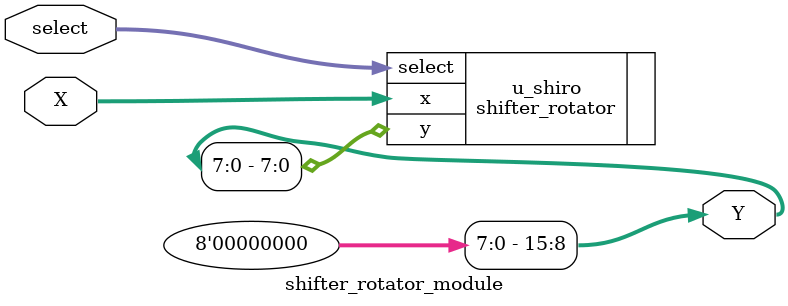
<source format=sv>
module shifter_rotator_module (
    input logic [7:0] X,
    input logic [1:0] select,
    output logic [15:0] Y
);

    shifter_rotator u_shiro (
        .x(X),
        .select(select),
        .y(Y[7:0])
    );

    assign Y[15:8] = 8'b0; // Zero-extend the output to 16 bits
    
endmodule
</source>
